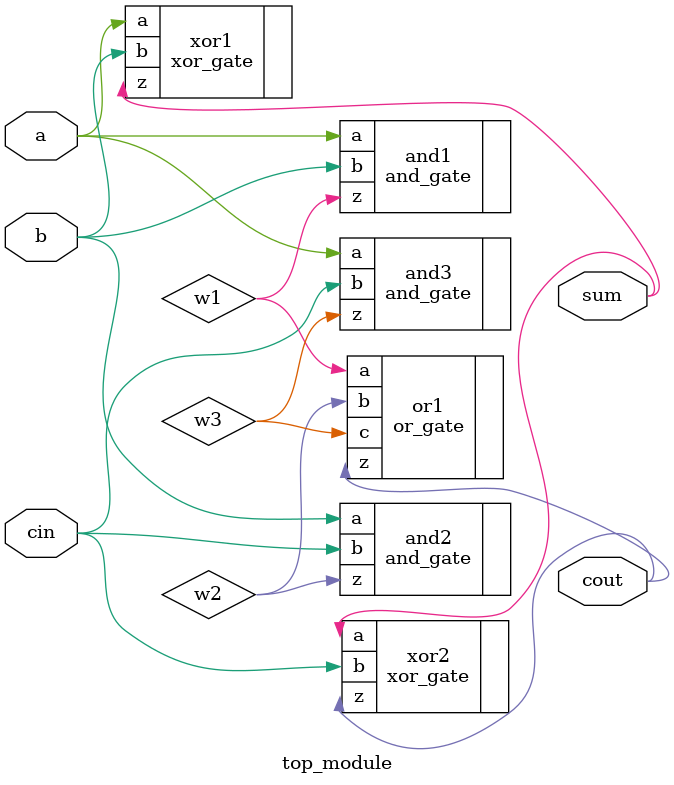
<source format=sv>
module top_module (
	input a,
	input b,
	input cin,
	output cout,
	output sum
);

  // intermediate wire declarations
  wire w1, w2, w3;

  // AND gate declaration
  and_gate and1 (
    .a(a),
    .b(b),
    .z(w1)
  );

  and_gate and2 (
    .a(b),
    .b(cin),
    .z(w2)
  );

  and_gate and3 (
    .a(a),
    .b(cin),
    .z(w3)
  );

  // XOR gate declaration
  xor_gate xor1 (
    .a(a),
    .b(b),
    .z(sum)
  );

  xor_gate xor2 (
    .a(sum),
    .b(cin),
    .z(cout)
  );

  // OR gate declaration
  or_gate or1 (
    .a(w1),
    .b(w2),
    .c(w3),
    .z(cout)
  ); 

endmodule

</source>
